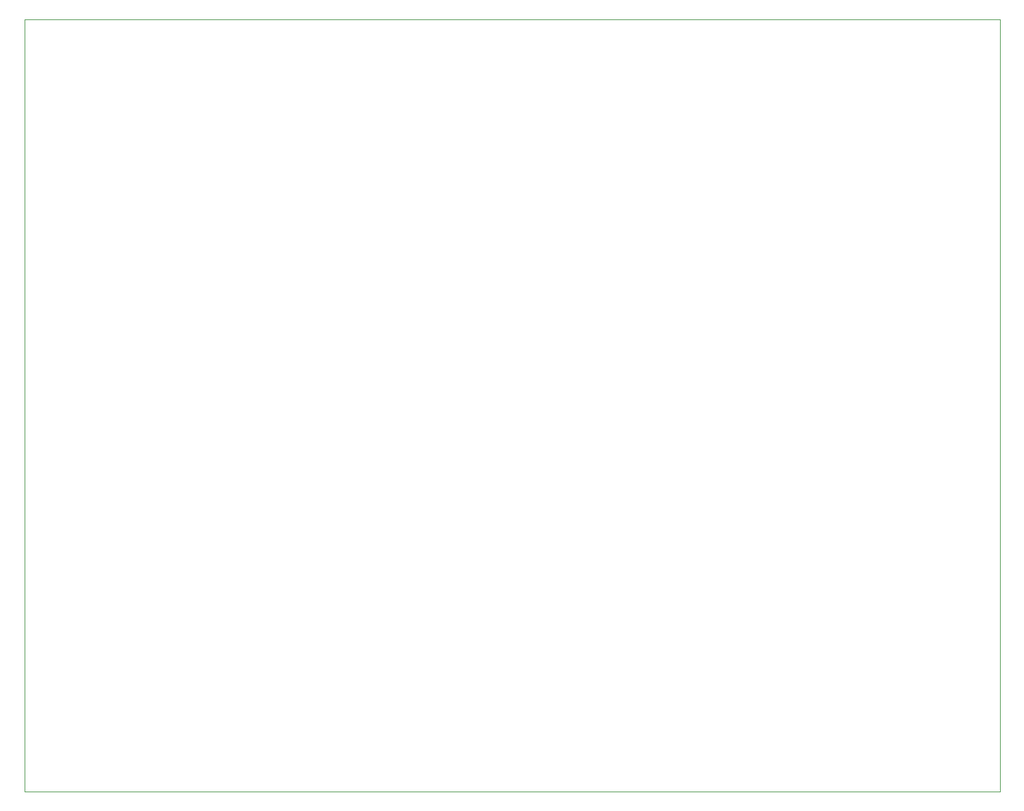
<source format=gbr>
%TF.GenerationSoftware,KiCad,Pcbnew,8.0.8-8.0.8-0~ubuntu24.04.1*%
%TF.CreationDate,2025-02-11T18:51:59+00:00*%
%TF.ProjectId,kicad-all-band-amp,6b696361-642d-4616-9c6c-2d62616e642d,rev?*%
%TF.SameCoordinates,Original*%
%TF.FileFunction,Profile,NP*%
%FSLAX46Y46*%
G04 Gerber Fmt 4.6, Leading zero omitted, Abs format (unit mm)*
G04 Created by KiCad (PCBNEW 8.0.8-8.0.8-0~ubuntu24.04.1) date 2025-02-11 18:51:59*
%MOMM*%
%LPD*%
G01*
G04 APERTURE LIST*
%TA.AperFunction,Profile*%
%ADD10C,0.038100*%
%TD*%
G04 APERTURE END LIST*
D10*
X72500000Y-43500000D02*
X72500000Y-144500000D01*
X200000000Y-144500000D02*
X200000000Y-43500000D01*
X200000000Y-43500000D02*
X72500000Y-43500000D01*
X72500000Y-144500000D02*
X200000000Y-144500000D01*
M02*

</source>
